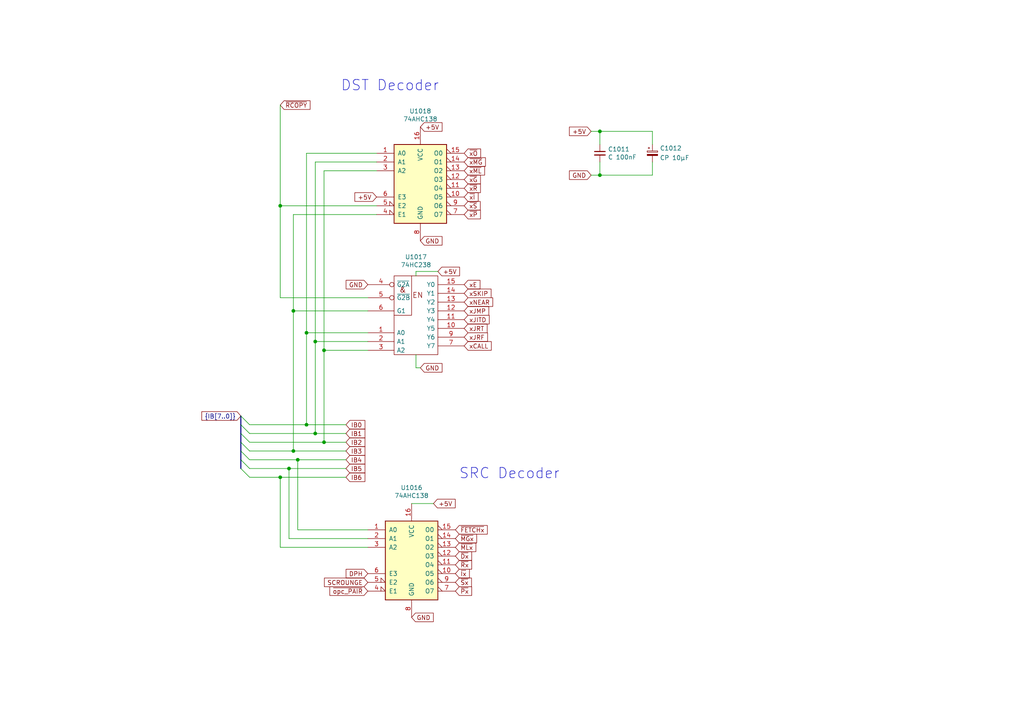
<source format=kicad_sch>
(kicad_sch (version 20231120) (generator "eeschema") (generator_version "8.0")
  (paper "A4")
  (title_block (title "Myth Microcontroller Project") (date "2024-09-21") (rev "1") (company "Picwok.com") (comment 1 "Project Contact: mim@ok-schalter.de (Michael)") (comment 2 "Author: Copyr. 2024 Michael Mangelsdorf/Dosflange@github") (comment 3 "Instruction Decoder Module") (comment 4 "PAIR Decoder"))
  (lib_symbols
    (symbol "74xx:74LS138" (pin_names (offset 1.016))
      (property "Reference" "U" (at -7.62 11.43 0))
      (property "Value" "74LS138" (at -7.62 -13.97 0))
      (symbol "74LS138_1_0"
        (pin input line (at -12.7 7.62 0) (length 5.08) (name "A0") (number "1"))
        (pin output output_low (at 12.7 -5.08 180) (length 5.08) (name "O5") (number "10"))
        (pin output output_low (at 12.7 -2.54 180) (length 5.08) (name "O4") (number "11"))
        (pin output output_low (at 12.7 0 180) (length 5.08) (name "O3") (number "12"))
        (pin output output_low (at 12.7 2.54 180) (length 5.08) (name "O2") (number "13"))
        (pin output output_low (at 12.7 5.08 180) (length 5.08) (name "O1") (number "14"))
        (pin output output_low (at 12.7 7.62 180) (length 5.08) (name "O0") (number "15"))
        (pin power_in line (at 0 15.24 270) (length 5.08) (name "VCC") (number "16"))
        (pin input line (at -12.7 5.08 0) (length 5.08) (name "A1") (number "2"))
        (pin input line (at -12.7 2.54 0) (length 5.08) (name "A2") (number "3"))
        (pin input input_low (at -12.7 -10.16 0) (length 5.08) (name "E1") (number "4"))
        (pin input input_low (at -12.7 -7.62 0) (length 5.08) (name "E2") (number "5"))
        (pin input line (at -12.7 -5.08 0) (length 5.08) (name "E3") (number "6"))
        (pin output output_low (at 12.7 -10.16 180) (length 5.08) (name "O7") (number "7"))
        (pin power_in line (at 0 -17.78 90) (length 5.08) (name "GND") (number "8"))
        (pin output output_low (at 12.7 -7.62 180) (length 5.08) (name "O6") (number "9"))
      )
      (symbol "74LS138_1_1"
        (rectangle (start -7.62 10.16) (end 7.62 -12.7) (stroke (width 0.254)) (fill (type background)))
      )
    )
    (symbol "74xx_IEEE:74HC238" (pin_names (offset 0.762))
      (property "Reference" "U" (at 3.81 8.89 0))
      (property "Value" "74HC238" (at 8.89 -16.51 0))
      (symbol "74HC238_0_0"
        (text "&" (at -3.81 3.556 0) (effects (font (size 1.524 1.524))))
        (text "EN" (at 0.508 2.032 0) (effects (font (size 1.524 1.524))))
        (pin power_in line (at 0 7.62 270) (length 0) hide (name "VCC") (number "16"))
      )
      (symbol "74HC238_0_1"
        (rectangle (start -6.35 7.62) (end 6.35 -15.24))
        (polyline (pts (xy -1.27 7.62) (xy -1.27 -3.81) (xy -6.35 -3.81) (xy -6.35 -3.81)))
      )
      (symbol "74HC238_1_1"
        (pin input line (at -13.97 -8.89 0) (length 7.62) (name "A0") (number "1"))
        (pin output line (at 13.97 -7.62 180) (length 7.62) (name "Y5") (number "10"))
        (pin output line (at 13.97 -5.08 180) (length 7.62) (name "Y4") (number "11"))
        (pin output line (at 13.97 -2.54 180) (length 7.62) (name "Y3") (number "12"))
        (pin output line (at 13.97 0 180) (length 7.62) (name "Y2") (number "13"))
        (pin output line (at 13.97 2.54 180) (length 7.62) (name "Y1") (number "14"))
        (pin output line (at 13.97 5.08 180) (length 7.62) (name "Y0") (number "15"))
        (pin input line (at -13.97 -11.43 0) (length 7.62) (name "A1") (number "2"))
        (pin input line (at -13.97 -13.97 0) (length 7.62) (name "A2") (number "3"))
        (pin input inverted (at -13.97 5.08 0) (length 7.62) (name "~{G2A}") (number "4"))
        (pin input inverted (at -13.97 1.27 0) (length 7.62) (name "~{G2B}") (number "5"))
        (pin input line (at -13.97 -2.54 0) (length 7.62) (name "G1") (number "6"))
        (pin output line (at 13.97 -12.7 180) (length 7.62) (name "Y7") (number "7"))
        (pin power_in line (at 0 -15.24 90) (length 0) hide (name "GND") (number "8"))
        (pin output line (at 13.97 -10.16 180) (length 7.62) (name "Y6") (number "9"))
      )
    )
    (symbol "Device:C_Polarized_Small" (pin_numbers hide) (pin_names (offset 0.254) hide)
      (property "Reference" "C" (at 0.254 1.778 0))
      (property "Value" "C_Polarized_Small" (at 0.254 -2.032 0))
      (symbol "C_Polarized_Small_0_1"
        (rectangle (start -1.524 -0.3048) (end 1.524 -0.6858) (fill (type outline)))
        (rectangle (start -1.524 0.6858) (end 1.524 0.3048))
        (polyline (pts (xy -1.27 1.524) (xy -0.762 1.524)))
        (polyline (pts (xy -1.016 1.27) (xy -1.016 1.778)))
      )
      (symbol "C_Polarized_Small_1_1"
        (pin passive line (at 0 2.54 270) (length 1.8542) (name "~") (number "1"))
        (pin passive line (at 0 -2.54 90) (length 1.8542) (name "~") (number "2"))
      )
    )
    (symbol "Device:C_Small" (pin_numbers hide) (pin_names (offset 0.254) hide)
      (property "Reference" "C" (at 0.254 1.778 0))
      (property "Value" "C_Small" (at 0.254 -2.032 0))
      (symbol "C_Small_0_1"
        (polyline (pts (xy -1.524 -0.508) (xy 1.524 -0.508)) (stroke (width 0.3302)))
        (polyline (pts (xy -1.524 0.508) (xy 1.524 0.508)) (stroke (width 0.3048)))
      )
      (symbol "C_Small_1_1"
        (pin passive line (at 0 2.54 270) (length 2.032) (name "~") (number "1"))
        (pin passive line (at 0 -2.54 90) (length 2.032) (name "~") (number "2"))
      )
    )
  )
  (junction (at 91.44 99.06))
  (junction (at 81.28 138.43))
  (junction (at 81.28 59.69))
  (junction (at 93.98 128.27))
  (junction (at 88.9 96.52))
  (junction (at 173.99 38.1))
  (junction (at 173.99 50.8))
  (junction (at 93.98 101.6))
  (junction (at 88.9 123.19))
  (junction (at 86.36 133.35))
  (junction (at 83.82 135.89))
  (junction (at 85.09 130.81))
  (junction (at 91.44 125.73))
  (junction (at 85.09 90.17))
  (bus_entry (at 69.85 125.73) (size 2.54 2.54))
  (bus_entry (at 69.85 133.35) (size 2.54 2.54))
  (bus_entry (at 69.85 135.89) (size 2.54 2.54))
  (bus_entry (at 69.85 120.65) (size 2.54 2.54))
  (bus_entry (at 69.85 128.27) (size 2.54 2.54))
  (bus_entry (at 69.85 123.19) (size 2.54 2.54))
  (bus_entry (at 69.85 130.81) (size 2.54 2.54))
  (wire (pts (xy 189.23 41.91) (xy 189.23 38.1)))
  (wire (pts (xy 173.99 38.1) (xy 189.23 38.1)))
  (wire (pts (xy 88.9 44.45) (xy 88.9 96.52)))
  (wire (pts (xy 120.65 102.87) (xy 120.65 106.68)))
  (wire (pts (xy 72.39 123.19) (xy 88.9 123.19)))
  (wire (pts (xy 173.99 41.91) (xy 173.99 38.1)))
  (wire (pts (xy 120.65 78.74) (xy 120.65 80.01)))
  (wire (pts (xy 189.23 46.99) (xy 189.23 50.8)))
  (bus (pts (xy 69.85 125.73) (xy 69.85 128.27)))
  (wire (pts (xy 81.28 59.69) (xy 81.28 86.36)))
  (wire (pts (xy 120.65 78.74) (xy 127 78.74)))
  (wire (pts (xy 171.45 50.8) (xy 173.99 50.8)))
  (wire (pts (xy 72.39 125.73) (xy 91.44 125.73)))
  (wire (pts (xy 85.09 62.23) (xy 109.22 62.23)))
  (wire (pts (xy 106.68 86.36) (xy 81.28 86.36)))
  (wire (pts (xy 171.45 38.1) (xy 173.99 38.1)))
  (wire (pts (xy 72.39 135.89) (xy 83.82 135.89)))
  (wire (pts (xy 88.9 96.52) (xy 88.9 123.19)))
  (wire (pts (xy 88.9 96.52) (xy 106.68 96.52)))
  (wire (pts (xy 119.38 146.05) (xy 125.73 146.05)))
  (wire (pts (xy 85.09 90.17) (xy 85.09 130.81)))
  (wire (pts (xy 93.98 101.6) (xy 106.68 101.6)))
  (bus (pts (xy 69.85 123.19) (xy 69.85 125.73)))
  (wire (pts (xy 91.44 99.06) (xy 106.68 99.06)))
  (wire (pts (xy 72.39 133.35) (xy 86.36 133.35)))
  (wire (pts (xy 93.98 101.6) (xy 93.98 128.27)))
  (wire (pts (xy 85.09 90.17) (xy 85.09 62.23)))
  (wire (pts (xy 93.98 49.53) (xy 109.22 49.53)))
  (wire (pts (xy 91.44 99.06) (xy 91.44 125.73)))
  (wire (pts (xy 72.39 128.27) (xy 93.98 128.27)))
  (wire (pts (xy 91.44 125.73) (xy 100.33 125.73)))
  (wire (pts (xy 91.44 46.99) (xy 109.22 46.99)))
  (wire (pts (xy 81.28 158.75) (xy 81.28 138.43)))
  (wire (pts (xy 173.99 50.8) (xy 189.23 50.8)))
  (wire (pts (xy 72.39 138.43) (xy 81.28 138.43)))
  (bus (pts (xy 69.85 128.27) (xy 69.85 130.81)))
  (wire (pts (xy 83.82 156.21) (xy 83.82 135.89)))
  (wire (pts (xy 88.9 123.19) (xy 100.33 123.19)))
  (wire (pts (xy 93.98 49.53) (xy 93.98 101.6)))
  (wire (pts (xy 106.68 90.17) (xy 85.09 90.17)))
  (wire (pts (xy 81.28 59.69) (xy 109.22 59.69)))
  (wire (pts (xy 88.9 44.45) (xy 109.22 44.45)))
  (wire (pts (xy 120.65 106.68) (xy 121.92 106.68)))
  (wire (pts (xy 93.98 128.27) (xy 100.33 128.27)))
  (wire (pts (xy 81.28 138.43) (xy 100.33 138.43)))
  (wire (pts (xy 86.36 133.35) (xy 100.33 133.35)))
  (wire (pts (xy 173.99 46.99) (xy 173.99 50.8)))
  (wire (pts (xy 81.28 158.75) (xy 106.68 158.75)))
  (wire (pts (xy 83.82 135.89) (xy 100.33 135.89)))
  (wire (pts (xy 86.36 153.67) (xy 106.68 153.67)))
  (wire (pts (xy 85.09 130.81) (xy 100.33 130.81)))
  (wire (pts (xy 91.44 46.99) (xy 91.44 99.06)))
  (bus (pts (xy 69.85 133.35) (xy 69.85 135.89)))
  (wire (pts (xy 86.36 153.67) (xy 86.36 133.35)))
  (wire (pts (xy 83.82 156.21) (xy 106.68 156.21)))
  (wire (pts (xy 81.28 30.48) (xy 81.28 59.69)))
  (bus (pts (xy 69.85 120.65) (xy 69.85 123.19)))
  (bus (pts (xy 69.85 130.81) (xy 69.85 133.35)))
  (wire (pts (xy 72.39 130.81) (xy 85.09 130.81)))
  (text "SRC Decoder" (at 133.096 139.192 0) (effects (font (size 3 3)) (justify left bottom)))
  (text "DST Decoder" (at 98.806 26.67 0) (effects (font (size 3 3)) (justify left bottom)))
  (global_label "~{Px}" (shape input) (at 132.08 171.45 0) (property "Intersheetrefs" "${INTERSHEET_REFS}" (effects (hide yes))))
  (global_label "+5V" (shape input) (at 127 78.74 0) (property "Intersheetrefs" "${INTERSHEET_REFS}" (effects (hide yes))))
  (global_label "~{xML}" (shape input) (at 134.62 49.53 0) (property "Intersheetrefs" "${INTERSHEET_REFS}" (effects (hide yes))))
  (global_label "~{xMG}" (shape input) (at 134.62 46.99 0) (property "Intersheetrefs" "${INTERSHEET_REFS}" (effects (hide yes))))
  (global_label "IB4" (shape input) (at 100.33 133.35 0) (property "Intersheetrefs" "${INTERSHEET_REFS}" (effects (hide yes))))
  (global_label "IB3" (shape input) (at 100.33 130.81 0) (property "Intersheetrefs" "${INTERSHEET_REFS}" (effects (hide yes))))
  (global_label "GND" (shape input) (at 119.38 179.07 0) (property "Intersheetrefs" "${INTERSHEET_REFS}" (effects (hide yes))))
  (global_label "~{Rx}" (shape input) (at 132.08 163.83 0) (property "Intersheetrefs" "${INTERSHEET_REFS}" (effects (hide yes))))
  (global_label "~{FETCHx}" (shape input) (at 132.08 153.67 0) (property "Intersheetrefs" "${INTERSHEET_REFS}" (effects (hide yes))))
  (global_label "xJRF" (shape input) (at 134.62 97.79 0) (property "Intersheetrefs" "${INTERSHEET_REFS}" (effects (hide yes))))
  (global_label "{IB[7..0]}" (shape input) (at 69.85 120.65 180) (property "Intersheetrefs" "${INTERSHEET_REFS}" (effects (hide yes))))
  (global_label "xJMP" (shape input) (at 134.62 90.17 0) (property "Intersheetrefs" "${INTERSHEET_REFS}" (effects (hide yes))))
  (global_label "~{opc_PAIR}" (shape input) (at 106.68 171.45 180) (property "Intersheetrefs" "${INTERSHEET_REFS}" (effects (hide yes))))
  (global_label "SCROUNGE" (shape input) (at 106.68 168.91 180) (property "Intersheetrefs" "${INTERSHEET_REFS}" (effects (hide yes))))
  (global_label "+5V" (shape input) (at 109.22 57.15 180) (property "Intersheetrefs" "${INTERSHEET_REFS}" (effects (hide yes))))
  (global_label "GND" (shape input) (at 121.92 106.68 0) (property "Intersheetrefs" "${INTERSHEET_REFS}" (effects (hide yes))))
  (global_label "~{xP}" (shape input) (at 134.62 62.23 0) (property "Intersheetrefs" "${INTERSHEET_REFS}" (effects (hide yes))))
  (global_label "IB6" (shape input) (at 100.33 138.43 0) (property "Intersheetrefs" "${INTERSHEET_REFS}" (effects (hide yes))))
  (global_label "xE" (shape input) (at 134.62 82.55 0) (property "Intersheetrefs" "${INTERSHEET_REFS}" (effects (hide yes))))
  (global_label "~{RCOPY}" (shape input) (at 81.28 30.48 0) (property "Intersheetrefs" "${INTERSHEET_REFS}" (effects (hide yes))))
  (global_label "~{Sx}" (shape input) (at 132.08 168.91 0) (property "Intersheetrefs" "${INTERSHEET_REFS}" (effects (hide yes))))
  (global_label "xJITD" (shape input) (at 134.62 92.71 0) (property "Intersheetrefs" "${INTERSHEET_REFS}" (effects (hide yes))))
  (global_label "GND" (shape input) (at 106.68 82.55 180) (property "Intersheetrefs" "${INTERSHEET_REFS}" (effects (hide yes))))
  (global_label "~{MGx}" (shape input) (at 132.08 156.21 0) (property "Intersheetrefs" "${INTERSHEET_REFS}" (effects (hide yes))))
  (global_label "IB0" (shape input) (at 100.33 123.19 0) (property "Intersheetrefs" "${INTERSHEET_REFS}" (effects (hide yes))))
  (global_label "~{xO}" (shape input) (at 134.62 44.45 0) (property "Intersheetrefs" "${INTERSHEET_REFS}" (effects (hide yes))))
  (global_label "IB2" (shape input) (at 100.33 128.27 0) (property "Intersheetrefs" "${INTERSHEET_REFS}" (effects (hide yes))))
  (global_label "GND" (shape input) (at 171.45 50.8 180) (property "Intersheetrefs" "${INTERSHEET_REFS}" (effects (hide yes))))
  (global_label "~{xR}" (shape input) (at 134.62 54.61 0) (property "Intersheetrefs" "${INTERSHEET_REFS}" (effects (hide yes))))
  (global_label "~{Ix}" (shape input) (at 132.08 166.37 0) (property "Intersheetrefs" "${INTERSHEET_REFS}" (effects (hide yes))))
  (global_label "~{xS}" (shape input) (at 134.62 59.69 0) (property "Intersheetrefs" "${INTERSHEET_REFS}" (effects (hide yes))))
  (global_label "IB1" (shape input) (at 100.33 125.73 0) (property "Intersheetrefs" "${INTERSHEET_REFS}" (effects (hide yes))))
  (global_label "~{xG}" (shape input) (at 134.62 52.07 0) (property "Intersheetrefs" "${INTERSHEET_REFS}" (effects (hide yes))))
  (global_label "xCALL" (shape input) (at 134.62 100.33 0) (property "Intersheetrefs" "${INTERSHEET_REFS}" (effects (hide yes))))
  (global_label "+5V" (shape input) (at 171.45 38.1 180) (property "Intersheetrefs" "${INTERSHEET_REFS}" (effects (hide yes))))
  (global_label "xSKIP" (shape input) (at 134.62 85.09 0) (property "Intersheetrefs" "${INTERSHEET_REFS}" (effects (hide yes))))
  (global_label "GND" (shape input) (at 121.92 69.85 0) (property "Intersheetrefs" "${INTERSHEET_REFS}" (effects (hide yes))))
  (global_label "xJRT" (shape input) (at 134.62 95.25 0) (property "Intersheetrefs" "${INTERSHEET_REFS}" (effects (hide yes))))
  (global_label "+5V" (shape input) (at 125.73 146.05 0) (property "Intersheetrefs" "${INTERSHEET_REFS}" (effects (hide yes))))
  (global_label "+5V" (shape input) (at 121.92 36.83 0) (property "Intersheetrefs" "${INTERSHEET_REFS}" (effects (hide yes))))
  (global_label "~{MLx}" (shape input) (at 132.08 158.75 0) (property "Intersheetrefs" "${INTERSHEET_REFS}" (effects (hide yes))))
  (global_label "DPH" (shape input) (at 106.68 166.37 180) (property "Intersheetrefs" "${INTERSHEET_REFS}" (effects (hide yes))))
  (global_label "xNEAR" (shape input) (at 134.62 87.63 0) (property "Intersheetrefs" "${INTERSHEET_REFS}" (effects (hide yes))))
  (global_label "~{Dx}" (shape input) (at 132.08 161.29 0) (property "Intersheetrefs" "${INTERSHEET_REFS}" (effects (hide yes))))
  (global_label "~{xI}" (shape input) (at 134.62 57.15 0) (property "Intersheetrefs" "${INTERSHEET_REFS}" (effects (hide yes))))
  (global_label "IB5" (shape input) (at 100.33 135.89 0) (property "Intersheetrefs" "${INTERSHEET_REFS}" (effects (hide yes))))
  (symbol (lib_id "74xx:74LS138") (at 119.38 161.29 0) (unit 1)
    (property "Reference" "U1016" (at 119.38 141.4526 0))
    (property "Value" "74AHC138" (at 119.38 143.764 0))
    (property "Footprint" "Package_DIP:DIP-16_W7.62mm_Socket_LongPads" (effects (hide yes)))
    (property "Datasheet" "74xx/74hc_hct74.pdf" (effects (hide yes)))
  )
  (symbol (lib_id "74xx:74LS138") (at 121.92 52.07 0) (unit 1)
    (property "Reference" "U1018" (at 121.92 32.2326 0))
    (property "Value" "74AHC138" (at 121.92 34.544 0))
    (property "Footprint" "Package_DIP:DIP-16_W7.62mm_Socket_LongPads" (effects (hide yes)))
    (property "Datasheet" "http://www.ti.com/lit/gpn/sn74LS138" (effects (hide yes)))
  )
  (symbol (lib_id "Device:C_Polarized_Small") (at 189.23 44.45 0) (unit 1)
    (property "Reference" "C1012" (at 191.389 42.9954 0) (effects (justify left)))
    (property "Value" "CP 10μF" (at 191.389 45.7705 0) (effects (justify left)))
    (property "Footprint" "Capacitor_THT:CP_Radial_D6.3mm_P2.50mm" (effects (hide yes)))
  )
  (symbol (lib_id "74xx_IEEE:74HC238") (at 120.65 87.63 0) (unit 1)
    (property "Reference" "U1017" (at 120.65 74.5236 0))
    (property "Value" "74HC238" (at 120.65 76.835 0))
    (property "Footprint" "Package_DIP:DIP-16_W7.62mm_Socket_LongPads" (effects (hide yes)))
  )
  (symbol (lib_id "Device:C_Small") (at 173.99 44.45 0) (unit 1)
    (property "Reference" "C1011" (at 176.3268 43.2816 0) (effects (justify left)))
    (property "Value" "C 100nF" (at 176.3268 45.593 0) (effects (justify left)))
    (property "Footprint" "Capacitor_THT:C_Disc_D5.0mm_W2.5mm_P2.50mm" (effects (hide yes)))
  )
)
</source>
